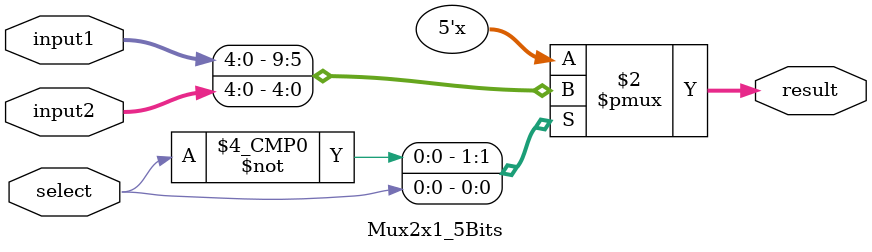
<source format=v>
module Mux2x1_5Bits(
    output reg [4:0] result,
    input [4:0] input1,
    input [4:0] input2,
    input select
);
always @(input1, input2, select) begin
    case(select)
        1'b0: begin 
			result = input1;
		end 
		1'b1: begin 
			result = input2;
		end
		default: result = 5'bx;
    endcase
end
endmodule

</source>
